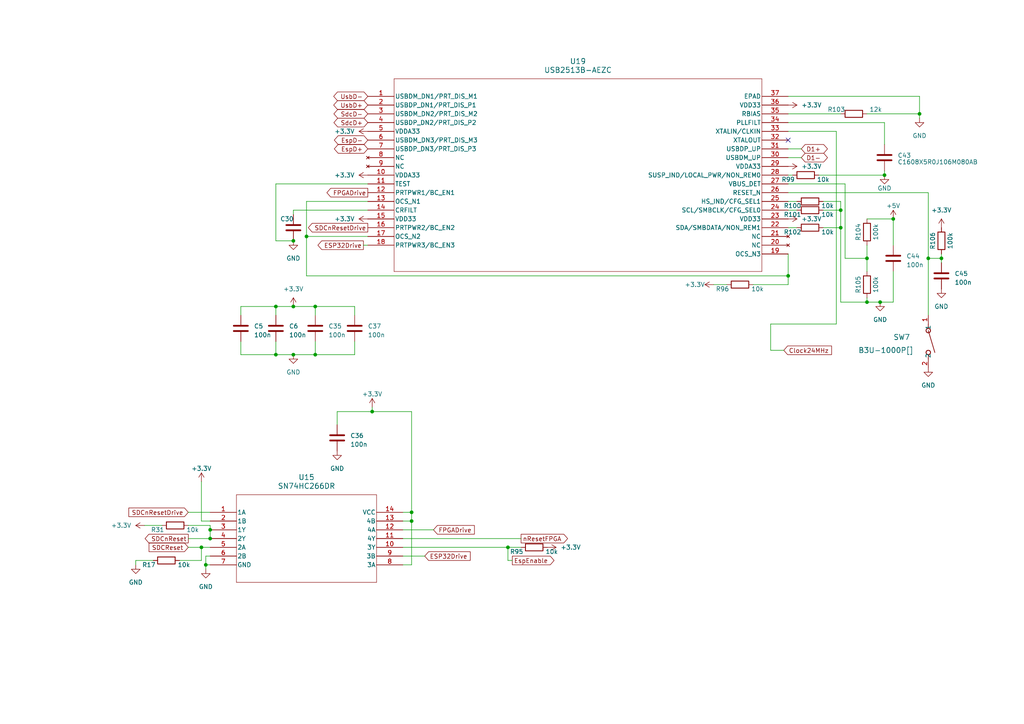
<source format=kicad_sch>
(kicad_sch (version 20230121) (generator eeschema)
  (paper "A4")
  (lib_symbols
    (symbol "Device:C" (pin_numbers hide) (pin_names (offset 0.254))
      (property "Reference" "C" (at 0.635 2.54 0))
      (property "Value" "C" (at 0.635 -2.54 0))
      (symbol "C_0_1"
        (polyline (pts (xy -2.032 -0.762) (xy 2.032 -0.762)) (stroke (width 0.508)))
        (polyline (pts (xy -2.032 0.762) (xy 2.032 0.762)) (stroke (width 0.508)))
      )
      (symbol "C_1_1"
        (pin passive line (at 0 3.81 270) (length 2.794) (name "~") (number "1"))
        (pin passive line (at 0 -3.81 90) (length 2.794) (name "~") (number "2"))
      )
    )
    (symbol "Device:R" (pin_numbers hide) (pin_names (offset 0))
      (property "Reference" "R" (at 2.032 0 90))
      (property "Value" "R" (at 0 0 90))
      (symbol "R_0_1"
        (rectangle (start -1.016 -2.54) (end 1.016 2.54) (stroke (width 0.254)))
      )
      (symbol "R_1_1"
        (pin passive line (at 0 3.81 270) (length 1.27) (name "~") (number "1"))
        (pin passive line (at 0 -3.81 90) (length 1.27) (name "~") (number "2"))
      )
    )
    (symbol "cpuAddOn:B3U-1000P[]" (pin_names (offset 0.254))
      (property "Reference" "SW" (at 7.62 3.81 0))
      (property "Value" "B3U-1000P[]" (at 0 0 0))
      (symbol "B3U-1000P[]_0_1"
        (polyline (pts (xy 2.54 0) (xy 3.81 0)) (stroke (width 0.2032)))
        (polyline (pts (xy 4.445 -1.905) (xy 10.795 0)) (stroke (width 0.2032)))
        (polyline (pts (xy 12.7 0) (xy 11.43 0)) (stroke (width 0.2032)))
        (circle (center 4.445 0) (radius 0.635) (stroke (width 0.254)))
        (circle (center 10.795 0) (radius 0.635) (stroke (width 0.254)))
        (pin unspecified line (at 15.24 0 180) (length 2.54) (name "1") (number "1"))
        (pin unspecified line (at 0 0 0) (length 2.54) (name "2") (number "2"))
      )
    )
    (symbol "cpuAddOn:SN74HC266DR" (pin_names (offset 0.254))
      (property "Reference" "U" (at 27.94 10.16 0))
      (property "Value" "SN74HC266DR" (at 27.94 7.62 0))
      (symbol "SN74HC266DR_0_1"
        (polyline (pts (xy 7.62 -20.32) (xy 48.26 -20.32)) (stroke (width 0.127)))
        (polyline (pts (xy 7.62 5.08) (xy 7.62 -20.32)) (stroke (width 0.127)))
        (polyline (pts (xy 48.26 -20.32) (xy 48.26 5.08)) (stroke (width 0.127)))
        (polyline (pts (xy 48.26 5.08) (xy 7.62 5.08)) (stroke (width 0.127)))
        (pin input line (at 0 0 0) (length 7.62) (name "1A") (number "1"))
        (pin output line (at 55.88 -10.16 180) (length 7.62) (name "3Y") (number "10"))
        (pin output line (at 55.88 -7.62 180) (length 7.62) (name "4Y") (number "11"))
        (pin input line (at 55.88 -5.08 180) (length 7.62) (name "4A") (number "12"))
        (pin input line (at 55.88 -2.54 180) (length 7.62) (name "4B") (number "13"))
        (pin power_in line (at 55.88 0 180) (length 7.62) (name "VCC") (number "14"))
        (pin input line (at 0 -2.54 0) (length 7.62) (name "1B") (number "2"))
        (pin output line (at 0 -5.08 0) (length 7.62) (name "1Y") (number "3"))
        (pin output line (at 0 -7.62 0) (length 7.62) (name "2Y") (number "4"))
        (pin input line (at 0 -10.16 0) (length 7.62) (name "2A") (number "5"))
        (pin input line (at 0 -12.7 0) (length 7.62) (name "2B") (number "6"))
        (pin power_in line (at 0 -15.24 0) (length 7.62) (name "GND") (number "7"))
        (pin input line (at 55.88 -15.24 180) (length 7.62) (name "3A") (number "8"))
        (pin input line (at 55.88 -12.7 180) (length 7.62) (name "3B") (number "9"))
      )
    )
    (symbol "cpuAddOn:USB2513B-AEZC" (pin_names (offset 0.254))
      (property "Reference" "U" (at 60.96 10.16 0))
      (property "Value" "USB2513B-AEZC" (at 60.96 7.62 0))
      (symbol "USB2513B-AEZC_0_1"
        (polyline (pts (xy 7.62 -50.8) (xy 114.3 -50.8)) (stroke (width 0.127)))
        (polyline (pts (xy 7.62 5.08) (xy 7.62 -50.8)) (stroke (width 0.127)))
        (polyline (pts (xy 114.3 -50.8) (xy 114.3 5.08)) (stroke (width 0.127)))
        (polyline (pts (xy 114.3 5.08) (xy 7.62 5.08)) (stroke (width 0.127)))
        (pin bidirectional line (at 0 0 0) (length 7.62) (name "USBDM_DN1/PRT_DIS_M1") (number "1"))
        (pin power_in line (at 0 -22.86 0) (length 7.62) (name "VDDA33") (number "10"))
        (pin input line (at 0 -25.4 0) (length 7.62) (name "TEST") (number "11"))
        (pin bidirectional line (at 0 -27.94 0) (length 7.62) (name "PRTPWR1/BC_EN1") (number "12"))
        (pin bidirectional line (at 0 -30.48 0) (length 7.62) (name "OCS_N1") (number "13"))
        (pin bidirectional line (at 0 -33.02 0) (length 7.62) (name "CRFILT") (number "14"))
        (pin power_in line (at 0 -35.56 0) (length 7.62) (name "VDD33") (number "15"))
        (pin bidirectional line (at 0 -38.1 0) (length 7.62) (name "PRTPWR2/BC_EN2") (number "16"))
        (pin bidirectional line (at 0 -40.64 0) (length 7.62) (name "OCS_N2") (number "17"))
        (pin bidirectional line (at 0 -43.18 0) (length 7.62) (name "PRTPWR3/BC_EN3") (number "18"))
        (pin bidirectional line (at 121.92 -45.72 180) (length 7.62) (name "OCS_N3") (number "19"))
        (pin bidirectional line (at 0 -2.54 0) (length 7.62) (name "USBDP_DN1/PRT_DIS_P1") (number "2"))
        (pin no_connect line (at 121.92 -43.18 180) (length 7.62) (name "NC") (number "20"))
        (pin no_connect line (at 121.92 -40.64 180) (length 7.62) (name "NC") (number "21"))
        (pin bidirectional line (at 121.92 -38.1 180) (length 7.62) (name "SDA/SMBDATA/NON_REM1") (number "22"))
        (pin power_in line (at 121.92 -35.56 180) (length 7.62) (name "VDD33") (number "23"))
        (pin bidirectional line (at 121.92 -33.02 180) (length 7.62) (name "SCL/SMBCLK/CFG_SEL0") (number "24"))
        (pin bidirectional line (at 121.92 -30.48 180) (length 7.62) (name "HS_IND/CFG_SEL1") (number "25"))
        (pin bidirectional line (at 121.92 -27.94 180) (length 7.62) (name "RESET_N") (number "26"))
        (pin bidirectional line (at 121.92 -25.4 180) (length 7.62) (name "VBUS_DET") (number "27"))
        (pin bidirectional line (at 121.92 -22.86 180) (length 7.62) (name "SUSP_IND/LOCAL_PWR/NON_REM0") (number "28"))
        (pin power_in line (at 121.92 -20.32 180) (length 7.62) (name "VDDA33") (number "29"))
        (pin bidirectional line (at 0 -5.08 0) (length 7.62) (name "USBDM_DN2/PRT_DIS_M2") (number "3"))
        (pin bidirectional line (at 121.92 -17.78 180) (length 7.62) (name "USBDM_UP") (number "30"))
        (pin bidirectional line (at 121.92 -15.24 180) (length 7.62) (name "USBDP_UP") (number "31"))
        (pin output line (at 121.92 -12.7 180) (length 7.62) (name "XTALOUT") (number "32"))
        (pin input line (at 121.92 -10.16 180) (length 7.62) (name "XTALIN/CLKIN") (number "33"))
        (pin bidirectional line (at 121.92 -7.62 180) (length 7.62) (name "PLLFILT") (number "34"))
        (pin bidirectional line (at 121.92 -5.08 180) (length 7.62) (name "RBIAS") (number "35"))
        (pin power_in line (at 121.92 -2.54 180) (length 7.62) (name "VDD33") (number "36"))
        (pin unspecified line (at 121.92 0 180) (length 7.62) (name "EPAD") (number "37"))
        (pin bidirectional line (at 0 -7.62 0) (length 7.62) (name "USBDP_DN2/PRT_DIS_P2") (number "4"))
        (pin power_in line (at 0 -10.16 0) (length 7.62) (name "VDDA33") (number "5"))
        (pin bidirectional line (at 0 -12.7 0) (length 7.62) (name "USBDM_DN3/PRT_DIS_M3") (number "6"))
        (pin bidirectional line (at 0 -15.24 0) (length 7.62) (name "USBDP_DN3/PRT_DIS_P3") (number "7"))
        (pin no_connect line (at 0 -17.78 0) (length 7.62) (name "NC") (number "8"))
        (pin no_connect line (at 0 -20.32 0) (length 7.62) (name "NC") (number "9"))
      )
    )
    (symbol "power:+3.3V" (power) (pin_names (offset 0))
      (property "Value" "+3.3V" (at 0 3.556 0))
      (symbol "+3.3V_0_1"
        (polyline (pts (xy -0.762 1.27) (xy 0 2.54)))
        (polyline (pts (xy 0 0) (xy 0 2.54)))
        (polyline (pts (xy 0 2.54) (xy 0.762 1.27)))
      )
      (symbol "+3.3V_1_1"
        (pin power_in line (at 0 0 90) (length 0) hide (name "+3.3V") (number "1"))
      )
    )
    (symbol "power:+5V" (power) (pin_names (offset 0))
      (property "Value" "+5V" (at 0 3.556 0))
      (symbol "+5V_0_1"
        (polyline (pts (xy -0.762 1.27) (xy 0 2.54)))
        (polyline (pts (xy 0 0) (xy 0 2.54)))
        (polyline (pts (xy 0 2.54) (xy 0.762 1.27)))
      )
      (symbol "+5V_1_1"
        (pin power_in line (at 0 0 90) (length 0) hide (name "+5V") (number "1"))
      )
    )
    (symbol "power:GND" (power) (pin_names (offset 0))
      (property "Value" "GND" (at 0 -3.81 0))
      (symbol "GND_0_1"
        (polyline (pts (xy 0 0) (xy 0 -1.27) (xy 1.27 -1.27) (xy 0 -2.54) (xy -1.27 -1.27) (xy 0 -1.27)))
      )
      (symbol "GND_1_1"
        (pin power_in line (at 0 0 270) (length 0) hide (name "GND") (number "1"))
      )
    )
  )
  (junction (at 273.05 74.93))
  (junction (at 256.54 50.8))
  (junction (at 91.44 88.9))
  (junction (at 85.09 102.87))
  (junction (at 59.69 163.83))
  (junction (at 119.38 151.13))
  (junction (at 119.38 148.59))
  (junction (at 107.95 119.38))
  (junction (at 243.84 60.96))
  (junction (at 251.46 74.93))
  (junction (at 147.32 158.75))
  (junction (at 85.09 88.9))
  (junction (at 88.9 68.58))
  (junction (at 269.24 74.93))
  (junction (at 60.96 153.67))
  (junction (at 251.46 87.63))
  (junction (at 60.96 156.21))
  (junction (at 266.7 33.02))
  (junction (at 85.09 69.85))
  (junction (at 80.01 102.87))
  (junction (at 91.44 102.87))
  (junction (at 228.6 80.01))
  (junction (at 259.08 63.5))
  (junction (at 58.42 158.75))
  (junction (at 255.27 87.63))
  (junction (at 80.01 88.9))
  (junction (at 243.84 66.04))
  (no_connect (at 228.6 40.64))
  (wire (pts (xy 105.41 71.12) (xy 106.68 71.12)))
  (wire (pts (xy 116.84 163.83) (xy 119.38 163.83)))
  (wire (pts (xy 269.24 74.93) (xy 269.24 91.44)))
  (wire (pts (xy 91.44 88.9) (xy 91.44 91.44)))
  (wire (pts (xy 39.37 162.56) (xy 39.37 163.83)))
  (wire (pts (xy 106.68 60.96) (xy 85.09 60.96)))
  (wire (pts (xy 273.05 74.93) (xy 273.05 76.2)))
  (wire (pts (xy 91.44 99.06) (xy 91.44 102.87)))
  (wire (pts (xy 228.6 53.34) (xy 245.11 53.34)))
  (wire (pts (xy 69.85 88.9) (xy 80.01 88.9)))
  (wire (pts (xy 60.96 153.67) (xy 60.96 156.21)))
  (wire (pts (xy 54.61 152.4) (xy 60.96 152.4)))
  (wire (pts (xy 148.59 162.56) (xy 147.32 162.56)))
  (wire (pts (xy 80.01 102.87) (xy 85.09 102.87)))
  (wire (pts (xy 80.01 99.06) (xy 80.01 102.87)))
  (wire (pts (xy 256.54 35.56) (xy 256.54 41.91)))
  (wire (pts (xy 91.44 88.9) (xy 102.87 88.9)))
  (wire (pts (xy 58.42 139.7) (xy 58.42 151.13)))
  (wire (pts (xy 58.42 158.75) (xy 60.96 158.75)))
  (wire (pts (xy 116.84 151.13) (xy 119.38 151.13)))
  (wire (pts (xy 88.9 68.58) (xy 106.68 68.58)))
  (wire (pts (xy 54.61 158.75) (xy 58.42 158.75)))
  (wire (pts (xy 238.76 66.04) (xy 243.84 66.04)))
  (wire (pts (xy 245.11 74.93) (xy 251.46 74.93)))
  (wire (pts (xy 245.11 53.34) (xy 245.11 74.93)))
  (wire (pts (xy 207.01 82.55) (xy 210.82 82.55)))
  (wire (pts (xy 251.46 87.63) (xy 251.46 86.36)))
  (wire (pts (xy 39.37 162.56) (xy 44.45 162.56)))
  (wire (pts (xy 97.79 119.38) (xy 107.95 119.38)))
  (wire (pts (xy 52.07 162.56) (xy 58.42 162.56)))
  (wire (pts (xy 243.84 58.42) (xy 243.84 60.96)))
  (wire (pts (xy 269.24 55.88) (xy 269.24 74.93)))
  (wire (pts (xy 251.46 63.5) (xy 259.08 63.5)))
  (wire (pts (xy 102.87 99.06) (xy 102.87 102.87)))
  (wire (pts (xy 237.49 50.8) (xy 256.54 50.8)))
  (wire (pts (xy 266.7 27.94) (xy 228.6 27.94)))
  (wire (pts (xy 107.95 119.38) (xy 107.95 118.11)))
  (wire (pts (xy 255.27 87.63) (xy 251.46 87.63)))
  (wire (pts (xy 238.76 58.42) (xy 243.84 58.42)))
  (wire (pts (xy 228.6 60.96) (xy 231.14 60.96)))
  (wire (pts (xy 80.01 88.9) (xy 80.01 91.44)))
  (wire (pts (xy 228.6 45.72) (xy 232.41 45.72)))
  (wire (pts (xy 147.32 158.75) (xy 151.13 158.75)))
  (wire (pts (xy 228.6 33.02) (xy 243.84 33.02)))
  (wire (pts (xy 60.96 161.29) (xy 59.69 161.29)))
  (wire (pts (xy 251.46 33.02) (xy 266.7 33.02)))
  (wire (pts (xy 58.42 162.56) (xy 58.42 158.75)))
  (wire (pts (xy 85.09 60.96) (xy 85.09 62.23)))
  (wire (pts (xy 228.6 80.01) (xy 228.6 73.66)))
  (wire (pts (xy 80.01 69.85) (xy 85.09 69.85)))
  (wire (pts (xy 88.9 68.58) (xy 88.9 80.01)))
  (wire (pts (xy 228.6 43.18) (xy 232.41 43.18)))
  (wire (pts (xy 91.44 102.87) (xy 102.87 102.87)))
  (wire (pts (xy 228.6 82.55) (xy 228.6 80.01)))
  (wire (pts (xy 85.09 102.87) (xy 91.44 102.87)))
  (wire (pts (xy 251.46 71.12) (xy 251.46 74.93)))
  (wire (pts (xy 60.96 163.83) (xy 59.69 163.83)))
  (wire (pts (xy 125.73 153.67) (xy 116.84 153.67)))
  (wire (pts (xy 69.85 102.87) (xy 80.01 102.87)))
  (wire (pts (xy 229.87 50.8) (xy 228.6 50.8)))
  (wire (pts (xy 243.84 60.96) (xy 243.84 66.04)))
  (wire (pts (xy 119.38 119.38) (xy 119.38 148.59)))
  (wire (pts (xy 266.7 33.02) (xy 266.7 27.94)))
  (wire (pts (xy 256.54 50.8) (xy 256.54 49.53)))
  (wire (pts (xy 259.08 63.5) (xy 259.08 71.12)))
  (wire (pts (xy 106.68 58.42) (xy 88.9 58.42)))
  (wire (pts (xy 116.84 161.29) (xy 123.19 161.29)))
  (wire (pts (xy 228.6 35.56) (xy 256.54 35.56)))
  (wire (pts (xy 242.57 93.98) (xy 242.57 38.1)))
  (wire (pts (xy 243.84 66.04) (xy 243.84 87.63)))
  (wire (pts (xy 80.01 88.9) (xy 85.09 88.9)))
  (wire (pts (xy 54.61 156.21) (xy 60.96 156.21)))
  (wire (pts (xy 60.96 151.13) (xy 58.42 151.13)))
  (wire (pts (xy 228.6 58.42) (xy 231.14 58.42)))
  (wire (pts (xy 243.84 87.63) (xy 251.46 87.63)))
  (wire (pts (xy 223.52 101.6) (xy 223.52 93.98)))
  (wire (pts (xy 119.38 151.13) (xy 119.38 148.59)))
  (wire (pts (xy 266.7 34.29) (xy 266.7 33.02)))
  (wire (pts (xy 259.08 87.63) (xy 255.27 87.63)))
  (wire (pts (xy 54.61 148.59) (xy 60.96 148.59)))
  (wire (pts (xy 259.08 78.74) (xy 259.08 87.63)))
  (wire (pts (xy 242.57 38.1) (xy 228.6 38.1)))
  (wire (pts (xy 273.05 73.66) (xy 273.05 74.93)))
  (wire (pts (xy 269.24 74.93) (xy 273.05 74.93)))
  (wire (pts (xy 97.79 123.19) (xy 97.79 119.38)))
  (wire (pts (xy 88.9 80.01) (xy 228.6 80.01)))
  (wire (pts (xy 223.52 93.98) (xy 242.57 93.98)))
  (wire (pts (xy 228.6 66.04) (xy 231.14 66.04)))
  (wire (pts (xy 60.96 152.4) (xy 60.96 153.67)))
  (wire (pts (xy 119.38 148.59) (xy 116.84 148.59)))
  (wire (pts (xy 59.69 161.29) (xy 59.69 163.83)))
  (wire (pts (xy 116.84 158.75) (xy 147.32 158.75)))
  (wire (pts (xy 69.85 91.44) (xy 69.85 88.9)))
  (wire (pts (xy 41.91 152.4) (xy 46.99 152.4)))
  (wire (pts (xy 218.44 82.55) (xy 228.6 82.55)))
  (wire (pts (xy 227.33 101.6) (xy 223.52 101.6)))
  (wire (pts (xy 106.68 53.34) (xy 80.01 53.34)))
  (wire (pts (xy 85.09 88.9) (xy 91.44 88.9)))
  (wire (pts (xy 119.38 163.83) (xy 119.38 151.13)))
  (wire (pts (xy 69.85 99.06) (xy 69.85 102.87)))
  (wire (pts (xy 238.76 60.96) (xy 243.84 60.96)))
  (wire (pts (xy 102.87 88.9) (xy 102.87 91.44)))
  (wire (pts (xy 228.6 55.88) (xy 269.24 55.88)))
  (wire (pts (xy 88.9 58.42) (xy 88.9 68.58)))
  (wire (pts (xy 59.69 163.83) (xy 59.69 165.1)))
  (wire (pts (xy 147.32 158.75) (xy 147.32 162.56)))
  (wire (pts (xy 80.01 53.34) (xy 80.01 69.85)))
  (wire (pts (xy 116.84 156.21) (xy 151.13 156.21)))
  (wire (pts (xy 107.95 119.38) (xy 119.38 119.38)))
  (wire (pts (xy 251.46 74.93) (xy 251.46 78.74)))
  (global_label "EspEnable" (shape output) (at 148.59 162.56 0) (property "Intersheetrefs" "${INTERSHEET_REFS}" (effects hide)))
  (global_label "EspD-" (shape bidirectional) (at 106.68 40.64 180) (property "Intersheetrefs" "${INTERSHEET_REFS}" (effects hide)))
  (global_label "ESP32Drive" (shape output) (at 105.41 71.12 180) (property "Intersheetrefs" "${INTERSHEET_REFS}" (effects hide)))
  (global_label "SDCReset" (shape input) (at 54.61 158.75 180) (property "Intersheetrefs" "${INTERSHEET_REFS}" (effects hide)))
  (global_label "UsbD-" (shape bidirectional) (at 106.68 27.94 180) (property "Intersheetrefs" "${INTERSHEET_REFS}" (effects hide)))
  (global_label "Clock24MHz" (shape input) (at 227.33 101.6 0) (property "Intersheetrefs" "${INTERSHEET_REFS}" (effects hide)))
  (global_label "ESP32Drive" (shape input) (at 123.19 161.29 0) (property "Intersheetrefs" "${INTERSHEET_REFS}" (effects hide)))
  (global_label "SDCnResetDrive" (shape output) (at 106.68 66.04 180) (property "Intersheetrefs" "${INTERSHEET_REFS}" (effects hide)))
  (global_label "SdcD+" (shape bidirectional) (at 106.68 35.56 180) (property "Intersheetrefs" "${INTERSHEET_REFS}" (effects hide)))
  (global_label "SDCnReset" (shape output) (at 54.61 156.21 180) (property "Intersheetrefs" "${INTERSHEET_REFS}" (effects hide)))
  (global_label "FPGADrive" (shape output) (at 106.68 55.88 180) (property "Intersheetrefs" "${INTERSHEET_REFS}" (effects hide)))
  (global_label "UsbD+" (shape bidirectional) (at 106.68 30.48 180) (property "Intersheetrefs" "${INTERSHEET_REFS}" (effects hide)))
  (global_label "nResetFPGA" (shape output) (at 151.13 156.21 0) (property "Intersheetrefs" "${INTERSHEET_REFS}" (effects hide)))
  (global_label "D1-" (shape bidirectional) (at 232.41 45.72 0) (property "Intersheetrefs" "${INTERSHEET_REFS}" (effects hide)))
  (global_label "D1+" (shape bidirectional) (at 232.41 43.18 0) (property "Intersheetrefs" "${INTERSHEET_REFS}" (effects hide)))
  (global_label "EspD+" (shape bidirectional) (at 106.68 43.18 180) (property "Intersheetrefs" "${INTERSHEET_REFS}" (effects hide)))
  (global_label "SDCnResetDrive" (shape input) (at 54.61 148.59 180) (property "Intersheetrefs" "${INTERSHEET_REFS}" (effects hide)))
  (global_label "FPGADrive" (shape input) (at 125.73 153.67 0) (property "Intersheetrefs" "${INTERSHEET_REFS}" (effects hide)))
  (global_label "SdcD-" (shape bidirectional) (at 106.68 33.02 180) (property "Intersheetrefs" "${INTERSHEET_REFS}" (effects hide)))
  (symbol (lib_id "power:GND") (at 85.09 69.85 0) (unit 1)
    (property "Reference" "#PWR0109" (effects hide))
    (property "Value" "GND" (at 85.09 74.93 0))
  )
  (symbol (lib_id "power:GND") (at 59.69 165.1 0) (unit 1)
    (property "Reference" "#PWR0106" (effects hide))
    (property "Value" "GND" (at 59.69 170.18 0))
  )
  (symbol (lib_id "power:+3.3V") (at 158.75 158.75 270) (unit 1)
    (property "Reference" "#PWR081" (effects hide))
    (property "Value" "+3.3V" (at 162.56 158.75 90) (effects (justify left)))
  )
  (symbol (lib_id "Device:R") (at 50.8 152.4 270) (unit 1)
    (property "Reference" "R31" (at 45.72 153.67 90))
    (property "Value" "10k" (at 55.88 153.67 90))
    (property "Footprint" "Resistor_SMD:R_0402_1005Metric" (effects hide))
  )
  (symbol (lib_id "power:+3.3V") (at 228.6 48.26 270) (unit 1)
    (property "Reference" "#PWR0124" (effects hide))
    (property "Value" "+3.3V" (at 232.41 48.26 90) (effects (justify left)))
  )
  (symbol (lib_id "power:GND") (at 39.37 163.83 0) (unit 1)
    (property "Reference" "#PWR090" (effects hide))
    (property "Value" "GND" (at 39.37 168.91 0))
  )
  (symbol (lib_id "Device:R") (at 247.65 33.02 270) (unit 1)
    (property "Reference" "R103" (at 242.57 31.75 90))
    (property "Value" "12k" (at 254 31.75 90))
    (property "Footprint" "Resistor_SMD:R_0402_1005Metric" (effects hide))
  )
  (symbol (lib_id "power:+3.3V") (at 41.91 152.4 90) (unit 1)
    (property "Reference" "#PWR0102" (effects hide))
    (property "Value" "+3.3V" (at 38.1 152.4 90) (effects (justify left)))
  )
  (symbol (lib_id "power:+3.3V") (at 107.95 118.11 0) (unit 1)
    (property "Reference" "#PWR0116" (effects hide))
    (property "Value" "+3.3V" (at 107.95 114.3 0))
  )
  (symbol (lib_id "power:+3.3V") (at 228.6 63.5 270) (unit 1)
    (property "Reference" "#PWR0125" (effects hide))
    (property "Value" "+3.3V" (at 232.41 63.5 90) (effects (justify left)))
  )
  (symbol (lib_id "Device:R") (at 214.63 82.55 270) (unit 1)
    (property "Reference" "R96" (at 209.55 83.82 90))
    (property "Value" "10k" (at 219.71 83.82 90))
    (property "Footprint" "Resistor_SMD:R_0402_1005Metric" (effects hide))
  )
  (symbol (lib_id "power:GND") (at 269.24 106.68 0) (unit 1)
    (property "Reference" "#PWR0131" (effects hide))
    (property "Value" "GND" (at 269.24 111.76 0))
  )
  (symbol (lib_id "power:+3.3V") (at 106.68 38.1 90) (unit 1)
    (property "Reference" "#PWR0113" (effects hide))
    (property "Value" "+3.3V" (at 102.87 38.1 90) (effects (justify left)))
  )
  (symbol (lib_id "cpuAddOn:USB2513B-AEZC") (at 106.68 27.94 0) (unit 1)
    (property "Reference" "U19" (at 167.64 17.78 0) (effects (font (size 1.524 1.524))))
    (property "Value" "USB2513B-AEZC" (at 167.64 20.32 0) (effects (font (size 1.524 1.524))))
    (property "Footprint" "gecko4education:QFN36_6X6MC_MCH" (effects hide))
    (property "Datasheet" "USB2513B-AEZC" (effects hide))
  )
  (symbol (lib_id "Device:C") (at 97.79 127 0) (unit 1)
    (property "Reference" "C36" (at 101.6 126.365 0) (effects (justify left)))
    (property "Value" "100n" (at 101.6 128.905 0) (effects (justify left)))
    (property "Footprint" "Capacitor_SMD:C_0402_1005Metric" (effects hide))
  )
  (symbol (lib_id "Device:C") (at 85.09 66.04 0) (unit 1)
    (property "Reference" "C30" (at 81.28 63.5 0) (effects (justify left)))
    (property "Value" "C1608X5R0J106M080AB" (effects hide))
    (property "Footprint" "Capacitor_SMD:C_0603_1608Metric" (effects hide))
  )
  (symbol (lib_id "Device:R") (at 233.68 50.8 270) (unit 1)
    (property "Reference" "R99" (at 228.6 52.07 90))
    (property "Value" "10k" (at 238.76 52.07 90))
    (property "Footprint" "Resistor_SMD:R_0402_1005Metric" (effects hide))
  )
  (symbol (lib_id "power:+3.3V") (at 58.42 139.7 0) (unit 1)
    (property "Reference" "#PWR0105" (effects hide))
    (property "Value" "+3.3V" (at 58.42 135.89 0))
  )
  (symbol (lib_id "Device:R") (at 154.94 158.75 270) (unit 1)
    (property "Reference" "R95" (at 149.86 160.02 90))
    (property "Value" "10k" (at 160.02 160.02 90))
    (property "Footprint" "Resistor_SMD:R_0402_1005Metric" (effects hide))
  )
  (symbol (lib_id "Device:C") (at 69.85 95.25 0) (unit 1)
    (property "Reference" "C5" (at 73.66 94.615 0) (effects (justify left)))
    (property "Value" "100n" (at 73.66 97.155 0) (effects (justify left)))
    (property "Footprint" "Capacitor_SMD:C_0402_1005Metric" (effects hide))
  )
  (symbol (lib_id "Device:R") (at 251.46 82.55 180) (unit 1)
    (property "Reference" "R105" (at 248.92 82.55 90))
    (property "Value" "100k" (at 254 82.55 90))
    (property "Footprint" "Resistor_SMD:R_0402_1005Metric" (effects hide))
  )
  (symbol (lib_id "power:+3.3V") (at 106.68 50.8 90) (unit 1)
    (property "Reference" "#PWR0114" (effects hide))
    (property "Value" "+3.3V" (at 102.87 50.8 90) (effects (justify left)))
  )
  (symbol (lib_id "Device:C") (at 91.44 95.25 0) (unit 1)
    (property "Reference" "C35" (at 95.25 94.615 0) (effects (justify left)))
    (property "Value" "100n" (at 95.25 97.155 0) (effects (justify left)))
    (property "Footprint" "Capacitor_SMD:C_0402_1005Metric" (effects hide))
  )
  (symbol (lib_id "Device:R") (at 234.95 66.04 270) (unit 1)
    (property "Reference" "R102" (at 229.87 67.31 90))
    (property "Value" "10k" (at 240.03 67.31 90))
    (property "Footprint" "Resistor_SMD:R_0402_1005Metric" (effects hide))
  )
  (symbol (lib_id "Device:C") (at 259.08 74.93 0) (unit 1)
    (property "Reference" "C44" (at 262.89 74.295 0) (effects (justify left)))
    (property "Value" "100n" (at 262.89 76.835 0) (effects (justify left)))
    (property "Footprint" "Capacitor_SMD:C_0402_1005Metric" (effects hide))
  )
  (symbol (lib_id "power:+3.3V") (at 85.09 88.9 0) (unit 1)
    (property "Reference" "#PWR0107" (effects hide))
    (property "Value" "+3.3V" (at 85.09 83.82 0))
  )
  (symbol (lib_id "power:GND") (at 273.05 83.82 0) (unit 1)
    (property "Reference" "#PWR0133" (effects hide))
    (property "Value" "GND" (at 273.05 88.9 0))
  )
  (symbol (lib_id "power:GND") (at 266.7 34.29 0) (unit 1)
    (property "Reference" "#PWR0130" (effects hide))
    (property "Value" "GND" (at 266.7 39.37 0))
  )
  (symbol (lib_id "power:+3.3V") (at 207.01 82.55 90) (unit 1)
    (property "Reference" "#PWR0122" (effects hide))
    (property "Value" "+3.3V" (at 204.47 82.55 90) (effects (justify left)))
  )
  (symbol (lib_id "Device:R") (at 48.26 162.56 270) (unit 1)
    (property "Reference" "R17" (at 43.18 163.83 90))
    (property "Value" "10k" (at 53.34 163.83 90))
    (property "Footprint" "Resistor_SMD:R_0402_1005Metric" (effects hide))
  )
  (symbol (lib_id "power:GND") (at 97.79 130.81 0) (unit 1)
    (property "Reference" "#PWR0112" (effects hide))
    (property "Value" "GND" (at 97.79 135.89 0))
  )
  (symbol (lib_id "Device:R") (at 251.46 67.31 180) (unit 1)
    (property "Reference" "R104" (at 248.92 67.31 90))
    (property "Value" "100k" (at 254 67.31 90))
    (property "Footprint" "Resistor_SMD:R_0402_1005Metric" (effects hide))
  )
  (symbol (lib_id "Device:C") (at 256.54 45.72 0) (unit 1)
    (property "Reference" "C43" (at 260.35 45.085 0) (effects (justify left)))
    (property "Value" "C1608X5R0J106M080AB" (at 260.35 46.99 0) (effects (justify left)))
    (property "Footprint" "Capacitor_SMD:C_0603_1608Metric" (effects hide))
  )
  (symbol (lib_id "Device:R") (at 273.05 69.85 180) (unit 1)
    (property "Reference" "R106" (at 270.51 69.85 90))
    (property "Value" "100k" (at 275.59 69.85 90))
    (property "Footprint" "Resistor_SMD:R_0402_1005Metric" (effects hide))
  )
  (symbol (lib_id "power:+3.3V") (at 273.05 66.04 0) (unit 1)
    (property "Reference" "#PWR0132" (effects hide))
    (property "Value" "+3.3V" (at 273.05 60.96 0))
  )
  (symbol (lib_id "cpuAddOn:B3U-1000P[]") (at 269.24 106.68 90) (unit 1)
    (property "Reference" "SW7" (at 259.08 97.79 90) (effects (font (size 1.524 1.524)) (justify right)))
    (property "Value" "B3U-1000P[]" (at 248.92 101.6 90) (effects (font (size 1.524 1.524)) (justify right)))
    (property "Footprint" "gecko4education:SW_B3U-1000P_OMR" (effects hide))
    (property "Datasheet" "B3U-1000P[]" (effects hide))
  )
  (symbol (lib_id "power:+3.3V") (at 106.68 63.5 90) (unit 1)
    (property "Reference" "#PWR0115" (effects hide))
    (property "Value" "+3.3V" (at 102.87 63.5 90) (effects (justify left)))
  )
  (symbol (lib_id "power:GND") (at 256.54 50.8 0) (unit 1)
    (property "Reference" "#PWR0128" (effects hide))
    (property "Value" "GND" (at 256.54 54.61 0))
  )
  (symbol (lib_id "Device:C") (at 102.87 95.25 0) (unit 1)
    (property "Reference" "C37" (at 106.68 94.615 0) (effects (justify left)))
    (property "Value" "100n" (at 106.68 97.155 0) (effects (justify left)))
    (property "Footprint" "Capacitor_SMD:C_0402_1005Metric" (effects hide))
  )
  (symbol (lib_id "Device:C") (at 273.05 80.01 0) (unit 1)
    (property "Reference" "C45" (at 276.86 79.375 0) (effects (justify left)))
    (property "Value" "100n" (at 276.86 81.915 0) (effects (justify left)))
    (property "Footprint" "Capacitor_SMD:C_0402_1005Metric" (effects hide))
  )
  (symbol (lib_id "Device:R") (at 234.95 60.96 270) (unit 1)
    (property "Reference" "R101" (at 229.87 62.23 90))
    (property "Value" "10k" (at 240.03 62.23 90))
    (property "Footprint" "Resistor_SMD:R_0402_1005Metric" (effects hide))
  )
  (symbol (lib_id "power:+3.3V") (at 228.6 30.48 270) (unit 1)
    (property "Reference" "#PWR0123" (effects hide))
    (property "Value" "+3.3V" (at 232.41 30.48 90) (effects (justify left)))
  )
  (symbol (lib_id "power:GND") (at 255.27 87.63 0) (unit 1)
    (property "Reference" "#PWR0127" (effects hide))
    (property "Value" "GND" (at 255.27 92.71 0))
  )
  (symbol (lib_id "power:GND") (at 85.09 102.87 0) (unit 1)
    (property "Reference" "#PWR0108" (effects hide))
    (property "Value" "GND" (at 85.09 107.95 0))
  )
  (symbol (lib_id "Device:C") (at 80.01 95.25 0) (unit 1)
    (property "Reference" "C6" (at 83.82 94.615 0) (effects (justify left)))
    (property "Value" "100n" (at 83.82 97.155 0) (effects (justify left)))
    (property "Footprint" "Capacitor_SMD:C_0402_1005Metric" (effects hide))
  )
  (symbol (lib_id "Device:R") (at 234.95 58.42 270) (unit 1)
    (property "Reference" "R100" (at 229.87 59.69 90))
    (property "Value" "10k" (at 240.03 59.69 90))
    (property "Footprint" "Resistor_SMD:R_0402_1005Metric" (effects hide))
  )
  (symbol (lib_id "cpuAddOn:SN74HC266DR") (at 60.96 148.59 0) (unit 1)
    (property "Reference" "U15" (at 88.9 138.43 0) (effects (font (size 1.524 1.524))))
    (property "Value" "SN74HC266DR" (at 88.9 140.97 0) (effects (font (size 1.524 1.524))))
    (property "Footprint" "gecko4education:D14" (effects hide))
    (property "Datasheet" "SN74HC266DR" (effects hide))
  )
  (symbol (lib_id "power:+5V") (at 259.08 63.5 0) (unit 1)
    (property "Reference" "#PWR0129" (effects hide))
    (property "Value" "+5V" (at 259.08 59.69 0))
  )
)
</source>
